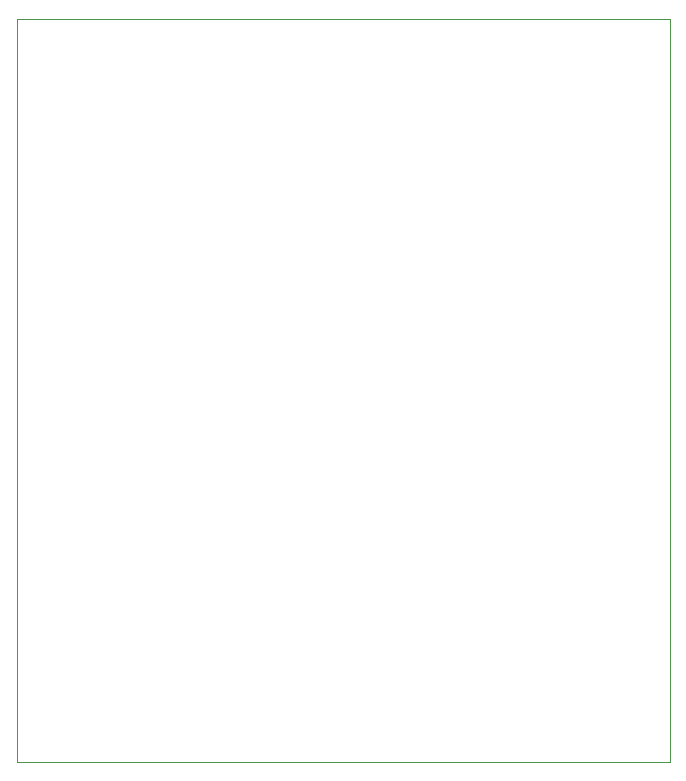
<source format=gm1>
%TF.GenerationSoftware,KiCad,Pcbnew,8.0.0*%
%TF.CreationDate,2025-05-02T12:08:02-03:00*%
%TF.ProjectId,PRJ4 (Alimentador Digital),50524a34-2028-4416-9c69-6d656e746164,rev?*%
%TF.SameCoordinates,Original*%
%TF.FileFunction,Profile,NP*%
%FSLAX46Y46*%
G04 Gerber Fmt 4.6, Leading zero omitted, Abs format (unit mm)*
G04 Created by KiCad (PCBNEW 8.0.0) date 2025-05-02 12:08:02*
%MOMM*%
%LPD*%
G01*
G04 APERTURE LIST*
%TA.AperFunction,Profile*%
%ADD10C,0.100000*%
%TD*%
G04 APERTURE END LIST*
D10*
X115275000Y-67500000D02*
X170525000Y-67500000D01*
X170525000Y-130400000D01*
X115275000Y-130400000D01*
X115275000Y-67500000D01*
M02*

</source>
